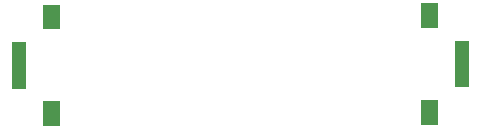
<source format=gbr>
G04 #@! TF.GenerationSoftware,KiCad,Pcbnew,(5.1.4)-1*
G04 #@! TF.CreationDate,2019-11-11T10:19:35+09:00*
G04 #@! TF.ProjectId,sig_sensor,7369675f-7365-46e7-936f-722e6b696361,rev?*
G04 #@! TF.SameCoordinates,Original*
G04 #@! TF.FileFunction,Soldermask,Top*
G04 #@! TF.FilePolarity,Negative*
%FSLAX46Y46*%
G04 Gerber Fmt 4.6, Leading zero omitted, Abs format (unit mm)*
G04 Created by KiCad (PCBNEW (5.1.4)-1) date 2019-11-11 10:19:35*
%MOMM*%
%LPD*%
G04 APERTURE LIST*
%ADD10C,0.100000*%
G04 APERTURE END LIST*
D10*
G36*
X138636000Y-88151000D02*
G01*
X137184000Y-88151000D01*
X137184000Y-86049000D01*
X138636000Y-86049000D01*
X138636000Y-88151000D01*
X138636000Y-88151000D01*
G37*
G36*
X170636000Y-88041000D02*
G01*
X169184000Y-88041000D01*
X169184000Y-85939000D01*
X170636000Y-85939000D01*
X170636000Y-88041000D01*
X170636000Y-88041000D01*
G37*
G36*
X135736000Y-84976000D02*
G01*
X134584000Y-84976000D01*
X134584000Y-81024000D01*
X135736000Y-81024000D01*
X135736000Y-84976000D01*
X135736000Y-84976000D01*
G37*
G36*
X173236000Y-84866000D02*
G01*
X172084000Y-84866000D01*
X172084000Y-80914000D01*
X173236000Y-80914000D01*
X173236000Y-84866000D01*
X173236000Y-84866000D01*
G37*
G36*
X138636000Y-79951000D02*
G01*
X137184000Y-79951000D01*
X137184000Y-77849000D01*
X138636000Y-77849000D01*
X138636000Y-79951000D01*
X138636000Y-79951000D01*
G37*
G36*
X170636000Y-79841000D02*
G01*
X169184000Y-79841000D01*
X169184000Y-77739000D01*
X170636000Y-77739000D01*
X170636000Y-79841000D01*
X170636000Y-79841000D01*
G37*
M02*

</source>
